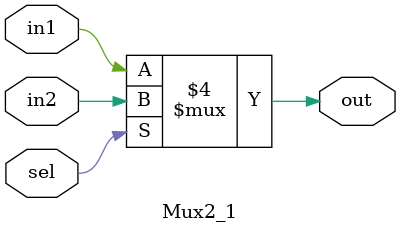
<source format=v>
module Mux2_1(
    input wire in1,
    input wire in2,
    input wire sel,
    
    output reg out
    );

always @(*)
    if(sel == 1'b1)
        out = in2;
    else
        out = in1;

endmodule
</source>
